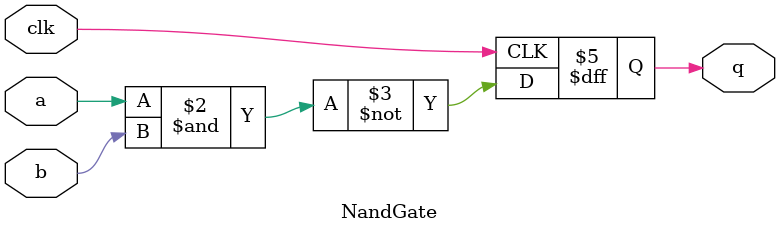
<source format=sv>
module NandGate(
    input   wire    clk,       //System clock used to
    input   wire    a,         //Logic input 1
    input   wire    b,         //Logic input 2
    output  reg     q = 0      //Output
    );

    always @(posedge clk)
    begin
        q <= a ~& b;
    end
endmodule
</source>
